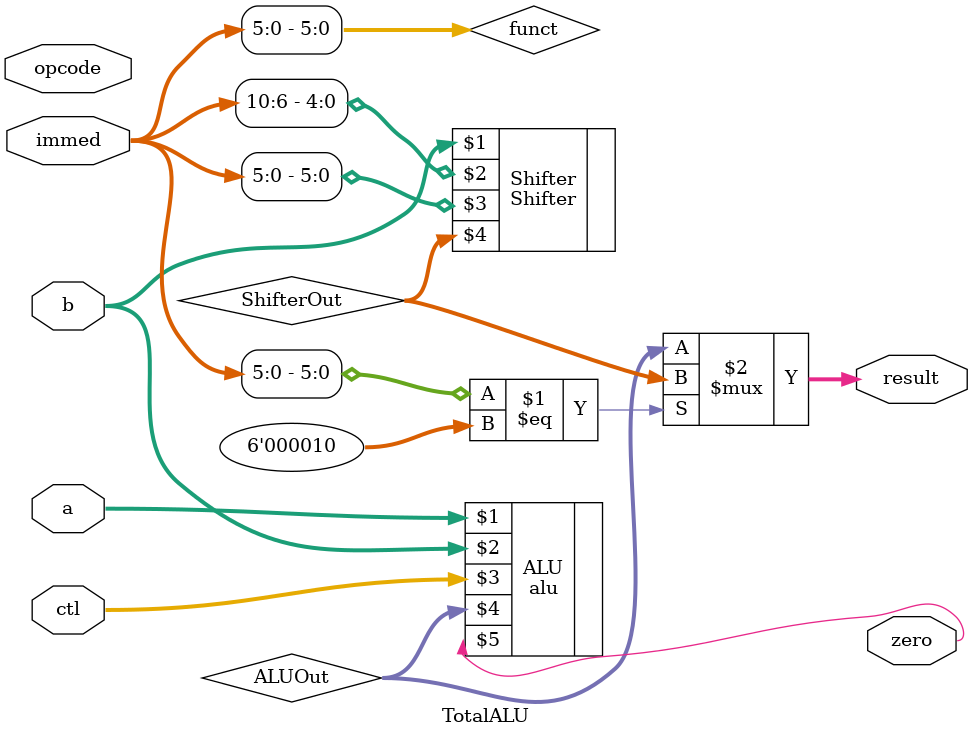
<source format=v>
module TotalALU(a, b, opcode, immed, ctl, result, zero);

	input [31:0] a ;
	input [31:0] b ;
	input [5:0] opcode;
	input [15:0] immed ;
	input [2:0] ctl;
	output [31:0] result ;
	output zero;

	wire [5:0] funct;
	wire [31:0] ALUOut, ShifterOut, SltiOut ;

	assign funct = immed[5:0];
	
	alu ALU(a, b, ctl, ALUOut, zero);
	Shifter Shifter(b, immed[10:6], funct, ShifterOut);
	// slti SLTI(a, immed, SltiOut);

	assign result = (funct == 6'b000010) ? ShifterOut : 
					 ALUOut;

endmodule
</source>
